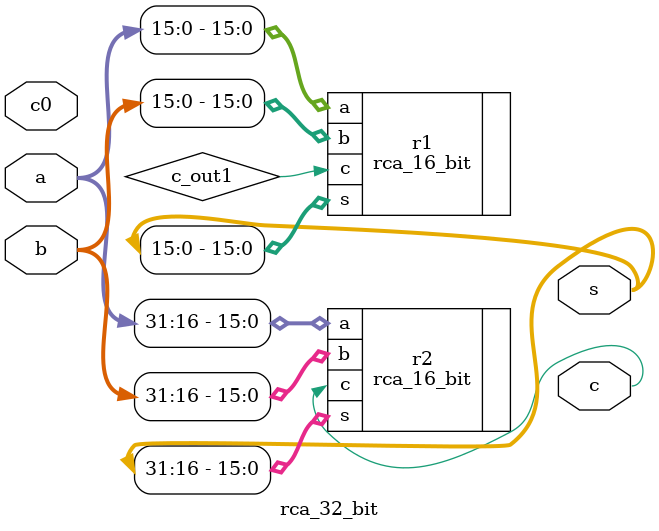
<source format=v>
`timescale 1ns / 1ps

module rca_32_bit(input[31:0] a,input[31:0] b,input c0,output [31:0] s,output c);

wire c_out1;

rca_16_bit r1 (.a(a[15:0]) , .b(b[15:0]) , .c(c0) , .s(s[15:0]) , .c(c_out1));

rca_16_bit r2 (.a(a[31:16]) , .b(b[31:16]) , .c(c_out1) , .s(s[31:16]) , .c(c)); 

endmodule

</source>
